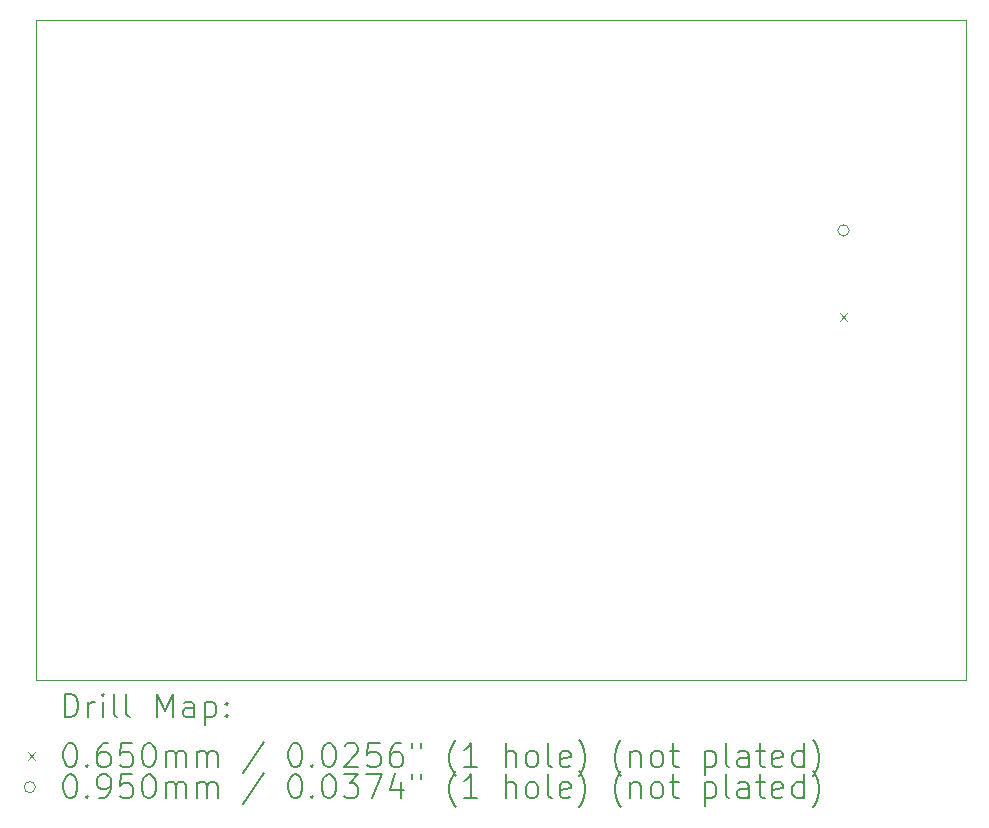
<source format=gbr>
%TF.GenerationSoftware,KiCad,Pcbnew,7.0.1*%
%TF.CreationDate,2025-03-28T02:10:18+02:00*%
%TF.ProjectId,PowerCircuit_V6,506f7765-7243-4697-9263-7569745f5636,rev?*%
%TF.SameCoordinates,Original*%
%TF.FileFunction,Drillmap*%
%TF.FilePolarity,Positive*%
%FSLAX45Y45*%
G04 Gerber Fmt 4.5, Leading zero omitted, Abs format (unit mm)*
G04 Created by KiCad (PCBNEW 7.0.1) date 2025-03-28 02:10:18*
%MOMM*%
%LPD*%
G01*
G04 APERTURE LIST*
%ADD10C,0.050000*%
%ADD11C,0.200000*%
%ADD12C,0.064998*%
%ADD13C,0.095001*%
G04 APERTURE END LIST*
D10*
X17917386Y-13143016D02*
X25791386Y-13143016D01*
X17917386Y-7555016D02*
X17917386Y-13143016D01*
X25791386Y-13143016D02*
X25791386Y-7555016D01*
X25791386Y-7555016D02*
X17917386Y-7555016D01*
D11*
D12*
X24724501Y-10038496D02*
X24789499Y-10103494D01*
X24789499Y-10038496D02*
X24724501Y-10103494D01*
D13*
X24804500Y-9336019D02*
G75*
G03*
X24804500Y-9336019I-47501J0D01*
G01*
D11*
X18162505Y-13458040D02*
X18162505Y-13258040D01*
X18162505Y-13258040D02*
X18210124Y-13258040D01*
X18210124Y-13258040D02*
X18238696Y-13267564D01*
X18238696Y-13267564D02*
X18257743Y-13286612D01*
X18257743Y-13286612D02*
X18267267Y-13305659D01*
X18267267Y-13305659D02*
X18276791Y-13343754D01*
X18276791Y-13343754D02*
X18276791Y-13372326D01*
X18276791Y-13372326D02*
X18267267Y-13410421D01*
X18267267Y-13410421D02*
X18257743Y-13429469D01*
X18257743Y-13429469D02*
X18238696Y-13448516D01*
X18238696Y-13448516D02*
X18210124Y-13458040D01*
X18210124Y-13458040D02*
X18162505Y-13458040D01*
X18362505Y-13458040D02*
X18362505Y-13324707D01*
X18362505Y-13362802D02*
X18372029Y-13343754D01*
X18372029Y-13343754D02*
X18381553Y-13334231D01*
X18381553Y-13334231D02*
X18400601Y-13324707D01*
X18400601Y-13324707D02*
X18419648Y-13324707D01*
X18486315Y-13458040D02*
X18486315Y-13324707D01*
X18486315Y-13258040D02*
X18476791Y-13267564D01*
X18476791Y-13267564D02*
X18486315Y-13277088D01*
X18486315Y-13277088D02*
X18495839Y-13267564D01*
X18495839Y-13267564D02*
X18486315Y-13258040D01*
X18486315Y-13258040D02*
X18486315Y-13277088D01*
X18610124Y-13458040D02*
X18591077Y-13448516D01*
X18591077Y-13448516D02*
X18581553Y-13429469D01*
X18581553Y-13429469D02*
X18581553Y-13258040D01*
X18714886Y-13458040D02*
X18695839Y-13448516D01*
X18695839Y-13448516D02*
X18686315Y-13429469D01*
X18686315Y-13429469D02*
X18686315Y-13258040D01*
X18943458Y-13458040D02*
X18943458Y-13258040D01*
X18943458Y-13258040D02*
X19010124Y-13400897D01*
X19010124Y-13400897D02*
X19076791Y-13258040D01*
X19076791Y-13258040D02*
X19076791Y-13458040D01*
X19257743Y-13458040D02*
X19257743Y-13353278D01*
X19257743Y-13353278D02*
X19248220Y-13334231D01*
X19248220Y-13334231D02*
X19229172Y-13324707D01*
X19229172Y-13324707D02*
X19191077Y-13324707D01*
X19191077Y-13324707D02*
X19172029Y-13334231D01*
X19257743Y-13448516D02*
X19238696Y-13458040D01*
X19238696Y-13458040D02*
X19191077Y-13458040D01*
X19191077Y-13458040D02*
X19172029Y-13448516D01*
X19172029Y-13448516D02*
X19162505Y-13429469D01*
X19162505Y-13429469D02*
X19162505Y-13410421D01*
X19162505Y-13410421D02*
X19172029Y-13391374D01*
X19172029Y-13391374D02*
X19191077Y-13381850D01*
X19191077Y-13381850D02*
X19238696Y-13381850D01*
X19238696Y-13381850D02*
X19257743Y-13372326D01*
X19352982Y-13324707D02*
X19352982Y-13524707D01*
X19352982Y-13334231D02*
X19372029Y-13324707D01*
X19372029Y-13324707D02*
X19410124Y-13324707D01*
X19410124Y-13324707D02*
X19429172Y-13334231D01*
X19429172Y-13334231D02*
X19438696Y-13343754D01*
X19438696Y-13343754D02*
X19448220Y-13362802D01*
X19448220Y-13362802D02*
X19448220Y-13419945D01*
X19448220Y-13419945D02*
X19438696Y-13438993D01*
X19438696Y-13438993D02*
X19429172Y-13448516D01*
X19429172Y-13448516D02*
X19410124Y-13458040D01*
X19410124Y-13458040D02*
X19372029Y-13458040D01*
X19372029Y-13458040D02*
X19352982Y-13448516D01*
X19533934Y-13438993D02*
X19543458Y-13448516D01*
X19543458Y-13448516D02*
X19533934Y-13458040D01*
X19533934Y-13458040D02*
X19524410Y-13448516D01*
X19524410Y-13448516D02*
X19533934Y-13438993D01*
X19533934Y-13438993D02*
X19533934Y-13458040D01*
X19533934Y-13334231D02*
X19543458Y-13343754D01*
X19543458Y-13343754D02*
X19533934Y-13353278D01*
X19533934Y-13353278D02*
X19524410Y-13343754D01*
X19524410Y-13343754D02*
X19533934Y-13334231D01*
X19533934Y-13334231D02*
X19533934Y-13353278D01*
D12*
X17849888Y-13753017D02*
X17914886Y-13818016D01*
X17914886Y-13753017D02*
X17849888Y-13818016D01*
D11*
X18200601Y-13678040D02*
X18219648Y-13678040D01*
X18219648Y-13678040D02*
X18238696Y-13687564D01*
X18238696Y-13687564D02*
X18248220Y-13697088D01*
X18248220Y-13697088D02*
X18257743Y-13716135D01*
X18257743Y-13716135D02*
X18267267Y-13754231D01*
X18267267Y-13754231D02*
X18267267Y-13801850D01*
X18267267Y-13801850D02*
X18257743Y-13839945D01*
X18257743Y-13839945D02*
X18248220Y-13858993D01*
X18248220Y-13858993D02*
X18238696Y-13868516D01*
X18238696Y-13868516D02*
X18219648Y-13878040D01*
X18219648Y-13878040D02*
X18200601Y-13878040D01*
X18200601Y-13878040D02*
X18181553Y-13868516D01*
X18181553Y-13868516D02*
X18172029Y-13858993D01*
X18172029Y-13858993D02*
X18162505Y-13839945D01*
X18162505Y-13839945D02*
X18152982Y-13801850D01*
X18152982Y-13801850D02*
X18152982Y-13754231D01*
X18152982Y-13754231D02*
X18162505Y-13716135D01*
X18162505Y-13716135D02*
X18172029Y-13697088D01*
X18172029Y-13697088D02*
X18181553Y-13687564D01*
X18181553Y-13687564D02*
X18200601Y-13678040D01*
X18352982Y-13858993D02*
X18362505Y-13868516D01*
X18362505Y-13868516D02*
X18352982Y-13878040D01*
X18352982Y-13878040D02*
X18343458Y-13868516D01*
X18343458Y-13868516D02*
X18352982Y-13858993D01*
X18352982Y-13858993D02*
X18352982Y-13878040D01*
X18533934Y-13678040D02*
X18495839Y-13678040D01*
X18495839Y-13678040D02*
X18476791Y-13687564D01*
X18476791Y-13687564D02*
X18467267Y-13697088D01*
X18467267Y-13697088D02*
X18448220Y-13725659D01*
X18448220Y-13725659D02*
X18438696Y-13763754D01*
X18438696Y-13763754D02*
X18438696Y-13839945D01*
X18438696Y-13839945D02*
X18448220Y-13858993D01*
X18448220Y-13858993D02*
X18457743Y-13868516D01*
X18457743Y-13868516D02*
X18476791Y-13878040D01*
X18476791Y-13878040D02*
X18514886Y-13878040D01*
X18514886Y-13878040D02*
X18533934Y-13868516D01*
X18533934Y-13868516D02*
X18543458Y-13858993D01*
X18543458Y-13858993D02*
X18552982Y-13839945D01*
X18552982Y-13839945D02*
X18552982Y-13792326D01*
X18552982Y-13792326D02*
X18543458Y-13773278D01*
X18543458Y-13773278D02*
X18533934Y-13763754D01*
X18533934Y-13763754D02*
X18514886Y-13754231D01*
X18514886Y-13754231D02*
X18476791Y-13754231D01*
X18476791Y-13754231D02*
X18457743Y-13763754D01*
X18457743Y-13763754D02*
X18448220Y-13773278D01*
X18448220Y-13773278D02*
X18438696Y-13792326D01*
X18733934Y-13678040D02*
X18638696Y-13678040D01*
X18638696Y-13678040D02*
X18629172Y-13773278D01*
X18629172Y-13773278D02*
X18638696Y-13763754D01*
X18638696Y-13763754D02*
X18657743Y-13754231D01*
X18657743Y-13754231D02*
X18705363Y-13754231D01*
X18705363Y-13754231D02*
X18724410Y-13763754D01*
X18724410Y-13763754D02*
X18733934Y-13773278D01*
X18733934Y-13773278D02*
X18743458Y-13792326D01*
X18743458Y-13792326D02*
X18743458Y-13839945D01*
X18743458Y-13839945D02*
X18733934Y-13858993D01*
X18733934Y-13858993D02*
X18724410Y-13868516D01*
X18724410Y-13868516D02*
X18705363Y-13878040D01*
X18705363Y-13878040D02*
X18657743Y-13878040D01*
X18657743Y-13878040D02*
X18638696Y-13868516D01*
X18638696Y-13868516D02*
X18629172Y-13858993D01*
X18867267Y-13678040D02*
X18886315Y-13678040D01*
X18886315Y-13678040D02*
X18905363Y-13687564D01*
X18905363Y-13687564D02*
X18914886Y-13697088D01*
X18914886Y-13697088D02*
X18924410Y-13716135D01*
X18924410Y-13716135D02*
X18933934Y-13754231D01*
X18933934Y-13754231D02*
X18933934Y-13801850D01*
X18933934Y-13801850D02*
X18924410Y-13839945D01*
X18924410Y-13839945D02*
X18914886Y-13858993D01*
X18914886Y-13858993D02*
X18905363Y-13868516D01*
X18905363Y-13868516D02*
X18886315Y-13878040D01*
X18886315Y-13878040D02*
X18867267Y-13878040D01*
X18867267Y-13878040D02*
X18848220Y-13868516D01*
X18848220Y-13868516D02*
X18838696Y-13858993D01*
X18838696Y-13858993D02*
X18829172Y-13839945D01*
X18829172Y-13839945D02*
X18819648Y-13801850D01*
X18819648Y-13801850D02*
X18819648Y-13754231D01*
X18819648Y-13754231D02*
X18829172Y-13716135D01*
X18829172Y-13716135D02*
X18838696Y-13697088D01*
X18838696Y-13697088D02*
X18848220Y-13687564D01*
X18848220Y-13687564D02*
X18867267Y-13678040D01*
X19019648Y-13878040D02*
X19019648Y-13744707D01*
X19019648Y-13763754D02*
X19029172Y-13754231D01*
X19029172Y-13754231D02*
X19048220Y-13744707D01*
X19048220Y-13744707D02*
X19076791Y-13744707D01*
X19076791Y-13744707D02*
X19095839Y-13754231D01*
X19095839Y-13754231D02*
X19105363Y-13773278D01*
X19105363Y-13773278D02*
X19105363Y-13878040D01*
X19105363Y-13773278D02*
X19114886Y-13754231D01*
X19114886Y-13754231D02*
X19133934Y-13744707D01*
X19133934Y-13744707D02*
X19162505Y-13744707D01*
X19162505Y-13744707D02*
X19181553Y-13754231D01*
X19181553Y-13754231D02*
X19191077Y-13773278D01*
X19191077Y-13773278D02*
X19191077Y-13878040D01*
X19286315Y-13878040D02*
X19286315Y-13744707D01*
X19286315Y-13763754D02*
X19295839Y-13754231D01*
X19295839Y-13754231D02*
X19314886Y-13744707D01*
X19314886Y-13744707D02*
X19343458Y-13744707D01*
X19343458Y-13744707D02*
X19362505Y-13754231D01*
X19362505Y-13754231D02*
X19372029Y-13773278D01*
X19372029Y-13773278D02*
X19372029Y-13878040D01*
X19372029Y-13773278D02*
X19381553Y-13754231D01*
X19381553Y-13754231D02*
X19400601Y-13744707D01*
X19400601Y-13744707D02*
X19429172Y-13744707D01*
X19429172Y-13744707D02*
X19448220Y-13754231D01*
X19448220Y-13754231D02*
X19457744Y-13773278D01*
X19457744Y-13773278D02*
X19457744Y-13878040D01*
X19848220Y-13668516D02*
X19676791Y-13925659D01*
X20105363Y-13678040D02*
X20124410Y-13678040D01*
X20124410Y-13678040D02*
X20143458Y-13687564D01*
X20143458Y-13687564D02*
X20152982Y-13697088D01*
X20152982Y-13697088D02*
X20162506Y-13716135D01*
X20162506Y-13716135D02*
X20172029Y-13754231D01*
X20172029Y-13754231D02*
X20172029Y-13801850D01*
X20172029Y-13801850D02*
X20162506Y-13839945D01*
X20162506Y-13839945D02*
X20152982Y-13858993D01*
X20152982Y-13858993D02*
X20143458Y-13868516D01*
X20143458Y-13868516D02*
X20124410Y-13878040D01*
X20124410Y-13878040D02*
X20105363Y-13878040D01*
X20105363Y-13878040D02*
X20086315Y-13868516D01*
X20086315Y-13868516D02*
X20076791Y-13858993D01*
X20076791Y-13858993D02*
X20067267Y-13839945D01*
X20067267Y-13839945D02*
X20057744Y-13801850D01*
X20057744Y-13801850D02*
X20057744Y-13754231D01*
X20057744Y-13754231D02*
X20067267Y-13716135D01*
X20067267Y-13716135D02*
X20076791Y-13697088D01*
X20076791Y-13697088D02*
X20086315Y-13687564D01*
X20086315Y-13687564D02*
X20105363Y-13678040D01*
X20257744Y-13858993D02*
X20267267Y-13868516D01*
X20267267Y-13868516D02*
X20257744Y-13878040D01*
X20257744Y-13878040D02*
X20248220Y-13868516D01*
X20248220Y-13868516D02*
X20257744Y-13858993D01*
X20257744Y-13858993D02*
X20257744Y-13878040D01*
X20391077Y-13678040D02*
X20410125Y-13678040D01*
X20410125Y-13678040D02*
X20429172Y-13687564D01*
X20429172Y-13687564D02*
X20438696Y-13697088D01*
X20438696Y-13697088D02*
X20448220Y-13716135D01*
X20448220Y-13716135D02*
X20457744Y-13754231D01*
X20457744Y-13754231D02*
X20457744Y-13801850D01*
X20457744Y-13801850D02*
X20448220Y-13839945D01*
X20448220Y-13839945D02*
X20438696Y-13858993D01*
X20438696Y-13858993D02*
X20429172Y-13868516D01*
X20429172Y-13868516D02*
X20410125Y-13878040D01*
X20410125Y-13878040D02*
X20391077Y-13878040D01*
X20391077Y-13878040D02*
X20372029Y-13868516D01*
X20372029Y-13868516D02*
X20362506Y-13858993D01*
X20362506Y-13858993D02*
X20352982Y-13839945D01*
X20352982Y-13839945D02*
X20343458Y-13801850D01*
X20343458Y-13801850D02*
X20343458Y-13754231D01*
X20343458Y-13754231D02*
X20352982Y-13716135D01*
X20352982Y-13716135D02*
X20362506Y-13697088D01*
X20362506Y-13697088D02*
X20372029Y-13687564D01*
X20372029Y-13687564D02*
X20391077Y-13678040D01*
X20533934Y-13697088D02*
X20543458Y-13687564D01*
X20543458Y-13687564D02*
X20562506Y-13678040D01*
X20562506Y-13678040D02*
X20610125Y-13678040D01*
X20610125Y-13678040D02*
X20629172Y-13687564D01*
X20629172Y-13687564D02*
X20638696Y-13697088D01*
X20638696Y-13697088D02*
X20648220Y-13716135D01*
X20648220Y-13716135D02*
X20648220Y-13735183D01*
X20648220Y-13735183D02*
X20638696Y-13763754D01*
X20638696Y-13763754D02*
X20524410Y-13878040D01*
X20524410Y-13878040D02*
X20648220Y-13878040D01*
X20829172Y-13678040D02*
X20733934Y-13678040D01*
X20733934Y-13678040D02*
X20724410Y-13773278D01*
X20724410Y-13773278D02*
X20733934Y-13763754D01*
X20733934Y-13763754D02*
X20752982Y-13754231D01*
X20752982Y-13754231D02*
X20800601Y-13754231D01*
X20800601Y-13754231D02*
X20819648Y-13763754D01*
X20819648Y-13763754D02*
X20829172Y-13773278D01*
X20829172Y-13773278D02*
X20838696Y-13792326D01*
X20838696Y-13792326D02*
X20838696Y-13839945D01*
X20838696Y-13839945D02*
X20829172Y-13858993D01*
X20829172Y-13858993D02*
X20819648Y-13868516D01*
X20819648Y-13868516D02*
X20800601Y-13878040D01*
X20800601Y-13878040D02*
X20752982Y-13878040D01*
X20752982Y-13878040D02*
X20733934Y-13868516D01*
X20733934Y-13868516D02*
X20724410Y-13858993D01*
X21010125Y-13678040D02*
X20972029Y-13678040D01*
X20972029Y-13678040D02*
X20952982Y-13687564D01*
X20952982Y-13687564D02*
X20943458Y-13697088D01*
X20943458Y-13697088D02*
X20924410Y-13725659D01*
X20924410Y-13725659D02*
X20914887Y-13763754D01*
X20914887Y-13763754D02*
X20914887Y-13839945D01*
X20914887Y-13839945D02*
X20924410Y-13858993D01*
X20924410Y-13858993D02*
X20933934Y-13868516D01*
X20933934Y-13868516D02*
X20952982Y-13878040D01*
X20952982Y-13878040D02*
X20991077Y-13878040D01*
X20991077Y-13878040D02*
X21010125Y-13868516D01*
X21010125Y-13868516D02*
X21019648Y-13858993D01*
X21019648Y-13858993D02*
X21029172Y-13839945D01*
X21029172Y-13839945D02*
X21029172Y-13792326D01*
X21029172Y-13792326D02*
X21019648Y-13773278D01*
X21019648Y-13773278D02*
X21010125Y-13763754D01*
X21010125Y-13763754D02*
X20991077Y-13754231D01*
X20991077Y-13754231D02*
X20952982Y-13754231D01*
X20952982Y-13754231D02*
X20933934Y-13763754D01*
X20933934Y-13763754D02*
X20924410Y-13773278D01*
X20924410Y-13773278D02*
X20914887Y-13792326D01*
X21105363Y-13678040D02*
X21105363Y-13716135D01*
X21181553Y-13678040D02*
X21181553Y-13716135D01*
X21476791Y-13954231D02*
X21467268Y-13944707D01*
X21467268Y-13944707D02*
X21448220Y-13916135D01*
X21448220Y-13916135D02*
X21438696Y-13897088D01*
X21438696Y-13897088D02*
X21429172Y-13868516D01*
X21429172Y-13868516D02*
X21419649Y-13820897D01*
X21419649Y-13820897D02*
X21419649Y-13782802D01*
X21419649Y-13782802D02*
X21429172Y-13735183D01*
X21429172Y-13735183D02*
X21438696Y-13706612D01*
X21438696Y-13706612D02*
X21448220Y-13687564D01*
X21448220Y-13687564D02*
X21467268Y-13658993D01*
X21467268Y-13658993D02*
X21476791Y-13649469D01*
X21657744Y-13878040D02*
X21543458Y-13878040D01*
X21600601Y-13878040D02*
X21600601Y-13678040D01*
X21600601Y-13678040D02*
X21581553Y-13706612D01*
X21581553Y-13706612D02*
X21562506Y-13725659D01*
X21562506Y-13725659D02*
X21543458Y-13735183D01*
X21895839Y-13878040D02*
X21895839Y-13678040D01*
X21981553Y-13878040D02*
X21981553Y-13773278D01*
X21981553Y-13773278D02*
X21972030Y-13754231D01*
X21972030Y-13754231D02*
X21952982Y-13744707D01*
X21952982Y-13744707D02*
X21924410Y-13744707D01*
X21924410Y-13744707D02*
X21905363Y-13754231D01*
X21905363Y-13754231D02*
X21895839Y-13763754D01*
X22105363Y-13878040D02*
X22086315Y-13868516D01*
X22086315Y-13868516D02*
X22076791Y-13858993D01*
X22076791Y-13858993D02*
X22067268Y-13839945D01*
X22067268Y-13839945D02*
X22067268Y-13782802D01*
X22067268Y-13782802D02*
X22076791Y-13763754D01*
X22076791Y-13763754D02*
X22086315Y-13754231D01*
X22086315Y-13754231D02*
X22105363Y-13744707D01*
X22105363Y-13744707D02*
X22133934Y-13744707D01*
X22133934Y-13744707D02*
X22152982Y-13754231D01*
X22152982Y-13754231D02*
X22162506Y-13763754D01*
X22162506Y-13763754D02*
X22172030Y-13782802D01*
X22172030Y-13782802D02*
X22172030Y-13839945D01*
X22172030Y-13839945D02*
X22162506Y-13858993D01*
X22162506Y-13858993D02*
X22152982Y-13868516D01*
X22152982Y-13868516D02*
X22133934Y-13878040D01*
X22133934Y-13878040D02*
X22105363Y-13878040D01*
X22286315Y-13878040D02*
X22267268Y-13868516D01*
X22267268Y-13868516D02*
X22257744Y-13849469D01*
X22257744Y-13849469D02*
X22257744Y-13678040D01*
X22438696Y-13868516D02*
X22419649Y-13878040D01*
X22419649Y-13878040D02*
X22381553Y-13878040D01*
X22381553Y-13878040D02*
X22362506Y-13868516D01*
X22362506Y-13868516D02*
X22352982Y-13849469D01*
X22352982Y-13849469D02*
X22352982Y-13773278D01*
X22352982Y-13773278D02*
X22362506Y-13754231D01*
X22362506Y-13754231D02*
X22381553Y-13744707D01*
X22381553Y-13744707D02*
X22419649Y-13744707D01*
X22419649Y-13744707D02*
X22438696Y-13754231D01*
X22438696Y-13754231D02*
X22448220Y-13773278D01*
X22448220Y-13773278D02*
X22448220Y-13792326D01*
X22448220Y-13792326D02*
X22352982Y-13811374D01*
X22514887Y-13954231D02*
X22524410Y-13944707D01*
X22524410Y-13944707D02*
X22543458Y-13916135D01*
X22543458Y-13916135D02*
X22552982Y-13897088D01*
X22552982Y-13897088D02*
X22562506Y-13868516D01*
X22562506Y-13868516D02*
X22572029Y-13820897D01*
X22572029Y-13820897D02*
X22572029Y-13782802D01*
X22572029Y-13782802D02*
X22562506Y-13735183D01*
X22562506Y-13735183D02*
X22552982Y-13706612D01*
X22552982Y-13706612D02*
X22543458Y-13687564D01*
X22543458Y-13687564D02*
X22524410Y-13658993D01*
X22524410Y-13658993D02*
X22514887Y-13649469D01*
X22876791Y-13954231D02*
X22867268Y-13944707D01*
X22867268Y-13944707D02*
X22848220Y-13916135D01*
X22848220Y-13916135D02*
X22838696Y-13897088D01*
X22838696Y-13897088D02*
X22829172Y-13868516D01*
X22829172Y-13868516D02*
X22819649Y-13820897D01*
X22819649Y-13820897D02*
X22819649Y-13782802D01*
X22819649Y-13782802D02*
X22829172Y-13735183D01*
X22829172Y-13735183D02*
X22838696Y-13706612D01*
X22838696Y-13706612D02*
X22848220Y-13687564D01*
X22848220Y-13687564D02*
X22867268Y-13658993D01*
X22867268Y-13658993D02*
X22876791Y-13649469D01*
X22952982Y-13744707D02*
X22952982Y-13878040D01*
X22952982Y-13763754D02*
X22962506Y-13754231D01*
X22962506Y-13754231D02*
X22981553Y-13744707D01*
X22981553Y-13744707D02*
X23010125Y-13744707D01*
X23010125Y-13744707D02*
X23029172Y-13754231D01*
X23029172Y-13754231D02*
X23038696Y-13773278D01*
X23038696Y-13773278D02*
X23038696Y-13878040D01*
X23162506Y-13878040D02*
X23143458Y-13868516D01*
X23143458Y-13868516D02*
X23133934Y-13858993D01*
X23133934Y-13858993D02*
X23124410Y-13839945D01*
X23124410Y-13839945D02*
X23124410Y-13782802D01*
X23124410Y-13782802D02*
X23133934Y-13763754D01*
X23133934Y-13763754D02*
X23143458Y-13754231D01*
X23143458Y-13754231D02*
X23162506Y-13744707D01*
X23162506Y-13744707D02*
X23191077Y-13744707D01*
X23191077Y-13744707D02*
X23210125Y-13754231D01*
X23210125Y-13754231D02*
X23219649Y-13763754D01*
X23219649Y-13763754D02*
X23229172Y-13782802D01*
X23229172Y-13782802D02*
X23229172Y-13839945D01*
X23229172Y-13839945D02*
X23219649Y-13858993D01*
X23219649Y-13858993D02*
X23210125Y-13868516D01*
X23210125Y-13868516D02*
X23191077Y-13878040D01*
X23191077Y-13878040D02*
X23162506Y-13878040D01*
X23286315Y-13744707D02*
X23362506Y-13744707D01*
X23314887Y-13678040D02*
X23314887Y-13849469D01*
X23314887Y-13849469D02*
X23324410Y-13868516D01*
X23324410Y-13868516D02*
X23343458Y-13878040D01*
X23343458Y-13878040D02*
X23362506Y-13878040D01*
X23581553Y-13744707D02*
X23581553Y-13944707D01*
X23581553Y-13754231D02*
X23600601Y-13744707D01*
X23600601Y-13744707D02*
X23638696Y-13744707D01*
X23638696Y-13744707D02*
X23657744Y-13754231D01*
X23657744Y-13754231D02*
X23667268Y-13763754D01*
X23667268Y-13763754D02*
X23676791Y-13782802D01*
X23676791Y-13782802D02*
X23676791Y-13839945D01*
X23676791Y-13839945D02*
X23667268Y-13858993D01*
X23667268Y-13858993D02*
X23657744Y-13868516D01*
X23657744Y-13868516D02*
X23638696Y-13878040D01*
X23638696Y-13878040D02*
X23600601Y-13878040D01*
X23600601Y-13878040D02*
X23581553Y-13868516D01*
X23791077Y-13878040D02*
X23772030Y-13868516D01*
X23772030Y-13868516D02*
X23762506Y-13849469D01*
X23762506Y-13849469D02*
X23762506Y-13678040D01*
X23952982Y-13878040D02*
X23952982Y-13773278D01*
X23952982Y-13773278D02*
X23943458Y-13754231D01*
X23943458Y-13754231D02*
X23924411Y-13744707D01*
X23924411Y-13744707D02*
X23886315Y-13744707D01*
X23886315Y-13744707D02*
X23867268Y-13754231D01*
X23952982Y-13868516D02*
X23933934Y-13878040D01*
X23933934Y-13878040D02*
X23886315Y-13878040D01*
X23886315Y-13878040D02*
X23867268Y-13868516D01*
X23867268Y-13868516D02*
X23857744Y-13849469D01*
X23857744Y-13849469D02*
X23857744Y-13830421D01*
X23857744Y-13830421D02*
X23867268Y-13811374D01*
X23867268Y-13811374D02*
X23886315Y-13801850D01*
X23886315Y-13801850D02*
X23933934Y-13801850D01*
X23933934Y-13801850D02*
X23952982Y-13792326D01*
X24019649Y-13744707D02*
X24095839Y-13744707D01*
X24048220Y-13678040D02*
X24048220Y-13849469D01*
X24048220Y-13849469D02*
X24057744Y-13868516D01*
X24057744Y-13868516D02*
X24076791Y-13878040D01*
X24076791Y-13878040D02*
X24095839Y-13878040D01*
X24238696Y-13868516D02*
X24219649Y-13878040D01*
X24219649Y-13878040D02*
X24181553Y-13878040D01*
X24181553Y-13878040D02*
X24162506Y-13868516D01*
X24162506Y-13868516D02*
X24152982Y-13849469D01*
X24152982Y-13849469D02*
X24152982Y-13773278D01*
X24152982Y-13773278D02*
X24162506Y-13754231D01*
X24162506Y-13754231D02*
X24181553Y-13744707D01*
X24181553Y-13744707D02*
X24219649Y-13744707D01*
X24219649Y-13744707D02*
X24238696Y-13754231D01*
X24238696Y-13754231D02*
X24248220Y-13773278D01*
X24248220Y-13773278D02*
X24248220Y-13792326D01*
X24248220Y-13792326D02*
X24152982Y-13811374D01*
X24419649Y-13878040D02*
X24419649Y-13678040D01*
X24419649Y-13868516D02*
X24400601Y-13878040D01*
X24400601Y-13878040D02*
X24362506Y-13878040D01*
X24362506Y-13878040D02*
X24343458Y-13868516D01*
X24343458Y-13868516D02*
X24333934Y-13858993D01*
X24333934Y-13858993D02*
X24324411Y-13839945D01*
X24324411Y-13839945D02*
X24324411Y-13782802D01*
X24324411Y-13782802D02*
X24333934Y-13763754D01*
X24333934Y-13763754D02*
X24343458Y-13754231D01*
X24343458Y-13754231D02*
X24362506Y-13744707D01*
X24362506Y-13744707D02*
X24400601Y-13744707D01*
X24400601Y-13744707D02*
X24419649Y-13754231D01*
X24495839Y-13954231D02*
X24505363Y-13944707D01*
X24505363Y-13944707D02*
X24524411Y-13916135D01*
X24524411Y-13916135D02*
X24533934Y-13897088D01*
X24533934Y-13897088D02*
X24543458Y-13868516D01*
X24543458Y-13868516D02*
X24552982Y-13820897D01*
X24552982Y-13820897D02*
X24552982Y-13782802D01*
X24552982Y-13782802D02*
X24543458Y-13735183D01*
X24543458Y-13735183D02*
X24533934Y-13706612D01*
X24533934Y-13706612D02*
X24524411Y-13687564D01*
X24524411Y-13687564D02*
X24505363Y-13658993D01*
X24505363Y-13658993D02*
X24495839Y-13649469D01*
D13*
X17914886Y-14049516D02*
G75*
G03*
X17914886Y-14049516I-47501J0D01*
G01*
D11*
X18200601Y-13942040D02*
X18219648Y-13942040D01*
X18219648Y-13942040D02*
X18238696Y-13951564D01*
X18238696Y-13951564D02*
X18248220Y-13961088D01*
X18248220Y-13961088D02*
X18257743Y-13980135D01*
X18257743Y-13980135D02*
X18267267Y-14018231D01*
X18267267Y-14018231D02*
X18267267Y-14065850D01*
X18267267Y-14065850D02*
X18257743Y-14103945D01*
X18257743Y-14103945D02*
X18248220Y-14122993D01*
X18248220Y-14122993D02*
X18238696Y-14132516D01*
X18238696Y-14132516D02*
X18219648Y-14142040D01*
X18219648Y-14142040D02*
X18200601Y-14142040D01*
X18200601Y-14142040D02*
X18181553Y-14132516D01*
X18181553Y-14132516D02*
X18172029Y-14122993D01*
X18172029Y-14122993D02*
X18162505Y-14103945D01*
X18162505Y-14103945D02*
X18152982Y-14065850D01*
X18152982Y-14065850D02*
X18152982Y-14018231D01*
X18152982Y-14018231D02*
X18162505Y-13980135D01*
X18162505Y-13980135D02*
X18172029Y-13961088D01*
X18172029Y-13961088D02*
X18181553Y-13951564D01*
X18181553Y-13951564D02*
X18200601Y-13942040D01*
X18352982Y-14122993D02*
X18362505Y-14132516D01*
X18362505Y-14132516D02*
X18352982Y-14142040D01*
X18352982Y-14142040D02*
X18343458Y-14132516D01*
X18343458Y-14132516D02*
X18352982Y-14122993D01*
X18352982Y-14122993D02*
X18352982Y-14142040D01*
X18457743Y-14142040D02*
X18495839Y-14142040D01*
X18495839Y-14142040D02*
X18514886Y-14132516D01*
X18514886Y-14132516D02*
X18524410Y-14122993D01*
X18524410Y-14122993D02*
X18543458Y-14094421D01*
X18543458Y-14094421D02*
X18552982Y-14056326D01*
X18552982Y-14056326D02*
X18552982Y-13980135D01*
X18552982Y-13980135D02*
X18543458Y-13961088D01*
X18543458Y-13961088D02*
X18533934Y-13951564D01*
X18533934Y-13951564D02*
X18514886Y-13942040D01*
X18514886Y-13942040D02*
X18476791Y-13942040D01*
X18476791Y-13942040D02*
X18457743Y-13951564D01*
X18457743Y-13951564D02*
X18448220Y-13961088D01*
X18448220Y-13961088D02*
X18438696Y-13980135D01*
X18438696Y-13980135D02*
X18438696Y-14027754D01*
X18438696Y-14027754D02*
X18448220Y-14046802D01*
X18448220Y-14046802D02*
X18457743Y-14056326D01*
X18457743Y-14056326D02*
X18476791Y-14065850D01*
X18476791Y-14065850D02*
X18514886Y-14065850D01*
X18514886Y-14065850D02*
X18533934Y-14056326D01*
X18533934Y-14056326D02*
X18543458Y-14046802D01*
X18543458Y-14046802D02*
X18552982Y-14027754D01*
X18733934Y-13942040D02*
X18638696Y-13942040D01*
X18638696Y-13942040D02*
X18629172Y-14037278D01*
X18629172Y-14037278D02*
X18638696Y-14027754D01*
X18638696Y-14027754D02*
X18657743Y-14018231D01*
X18657743Y-14018231D02*
X18705363Y-14018231D01*
X18705363Y-14018231D02*
X18724410Y-14027754D01*
X18724410Y-14027754D02*
X18733934Y-14037278D01*
X18733934Y-14037278D02*
X18743458Y-14056326D01*
X18743458Y-14056326D02*
X18743458Y-14103945D01*
X18743458Y-14103945D02*
X18733934Y-14122993D01*
X18733934Y-14122993D02*
X18724410Y-14132516D01*
X18724410Y-14132516D02*
X18705363Y-14142040D01*
X18705363Y-14142040D02*
X18657743Y-14142040D01*
X18657743Y-14142040D02*
X18638696Y-14132516D01*
X18638696Y-14132516D02*
X18629172Y-14122993D01*
X18867267Y-13942040D02*
X18886315Y-13942040D01*
X18886315Y-13942040D02*
X18905363Y-13951564D01*
X18905363Y-13951564D02*
X18914886Y-13961088D01*
X18914886Y-13961088D02*
X18924410Y-13980135D01*
X18924410Y-13980135D02*
X18933934Y-14018231D01*
X18933934Y-14018231D02*
X18933934Y-14065850D01*
X18933934Y-14065850D02*
X18924410Y-14103945D01*
X18924410Y-14103945D02*
X18914886Y-14122993D01*
X18914886Y-14122993D02*
X18905363Y-14132516D01*
X18905363Y-14132516D02*
X18886315Y-14142040D01*
X18886315Y-14142040D02*
X18867267Y-14142040D01*
X18867267Y-14142040D02*
X18848220Y-14132516D01*
X18848220Y-14132516D02*
X18838696Y-14122993D01*
X18838696Y-14122993D02*
X18829172Y-14103945D01*
X18829172Y-14103945D02*
X18819648Y-14065850D01*
X18819648Y-14065850D02*
X18819648Y-14018231D01*
X18819648Y-14018231D02*
X18829172Y-13980135D01*
X18829172Y-13980135D02*
X18838696Y-13961088D01*
X18838696Y-13961088D02*
X18848220Y-13951564D01*
X18848220Y-13951564D02*
X18867267Y-13942040D01*
X19019648Y-14142040D02*
X19019648Y-14008707D01*
X19019648Y-14027754D02*
X19029172Y-14018231D01*
X19029172Y-14018231D02*
X19048220Y-14008707D01*
X19048220Y-14008707D02*
X19076791Y-14008707D01*
X19076791Y-14008707D02*
X19095839Y-14018231D01*
X19095839Y-14018231D02*
X19105363Y-14037278D01*
X19105363Y-14037278D02*
X19105363Y-14142040D01*
X19105363Y-14037278D02*
X19114886Y-14018231D01*
X19114886Y-14018231D02*
X19133934Y-14008707D01*
X19133934Y-14008707D02*
X19162505Y-14008707D01*
X19162505Y-14008707D02*
X19181553Y-14018231D01*
X19181553Y-14018231D02*
X19191077Y-14037278D01*
X19191077Y-14037278D02*
X19191077Y-14142040D01*
X19286315Y-14142040D02*
X19286315Y-14008707D01*
X19286315Y-14027754D02*
X19295839Y-14018231D01*
X19295839Y-14018231D02*
X19314886Y-14008707D01*
X19314886Y-14008707D02*
X19343458Y-14008707D01*
X19343458Y-14008707D02*
X19362505Y-14018231D01*
X19362505Y-14018231D02*
X19372029Y-14037278D01*
X19372029Y-14037278D02*
X19372029Y-14142040D01*
X19372029Y-14037278D02*
X19381553Y-14018231D01*
X19381553Y-14018231D02*
X19400601Y-14008707D01*
X19400601Y-14008707D02*
X19429172Y-14008707D01*
X19429172Y-14008707D02*
X19448220Y-14018231D01*
X19448220Y-14018231D02*
X19457744Y-14037278D01*
X19457744Y-14037278D02*
X19457744Y-14142040D01*
X19848220Y-13932516D02*
X19676791Y-14189659D01*
X20105363Y-13942040D02*
X20124410Y-13942040D01*
X20124410Y-13942040D02*
X20143458Y-13951564D01*
X20143458Y-13951564D02*
X20152982Y-13961088D01*
X20152982Y-13961088D02*
X20162506Y-13980135D01*
X20162506Y-13980135D02*
X20172029Y-14018231D01*
X20172029Y-14018231D02*
X20172029Y-14065850D01*
X20172029Y-14065850D02*
X20162506Y-14103945D01*
X20162506Y-14103945D02*
X20152982Y-14122993D01*
X20152982Y-14122993D02*
X20143458Y-14132516D01*
X20143458Y-14132516D02*
X20124410Y-14142040D01*
X20124410Y-14142040D02*
X20105363Y-14142040D01*
X20105363Y-14142040D02*
X20086315Y-14132516D01*
X20086315Y-14132516D02*
X20076791Y-14122993D01*
X20076791Y-14122993D02*
X20067267Y-14103945D01*
X20067267Y-14103945D02*
X20057744Y-14065850D01*
X20057744Y-14065850D02*
X20057744Y-14018231D01*
X20057744Y-14018231D02*
X20067267Y-13980135D01*
X20067267Y-13980135D02*
X20076791Y-13961088D01*
X20076791Y-13961088D02*
X20086315Y-13951564D01*
X20086315Y-13951564D02*
X20105363Y-13942040D01*
X20257744Y-14122993D02*
X20267267Y-14132516D01*
X20267267Y-14132516D02*
X20257744Y-14142040D01*
X20257744Y-14142040D02*
X20248220Y-14132516D01*
X20248220Y-14132516D02*
X20257744Y-14122993D01*
X20257744Y-14122993D02*
X20257744Y-14142040D01*
X20391077Y-13942040D02*
X20410125Y-13942040D01*
X20410125Y-13942040D02*
X20429172Y-13951564D01*
X20429172Y-13951564D02*
X20438696Y-13961088D01*
X20438696Y-13961088D02*
X20448220Y-13980135D01*
X20448220Y-13980135D02*
X20457744Y-14018231D01*
X20457744Y-14018231D02*
X20457744Y-14065850D01*
X20457744Y-14065850D02*
X20448220Y-14103945D01*
X20448220Y-14103945D02*
X20438696Y-14122993D01*
X20438696Y-14122993D02*
X20429172Y-14132516D01*
X20429172Y-14132516D02*
X20410125Y-14142040D01*
X20410125Y-14142040D02*
X20391077Y-14142040D01*
X20391077Y-14142040D02*
X20372029Y-14132516D01*
X20372029Y-14132516D02*
X20362506Y-14122993D01*
X20362506Y-14122993D02*
X20352982Y-14103945D01*
X20352982Y-14103945D02*
X20343458Y-14065850D01*
X20343458Y-14065850D02*
X20343458Y-14018231D01*
X20343458Y-14018231D02*
X20352982Y-13980135D01*
X20352982Y-13980135D02*
X20362506Y-13961088D01*
X20362506Y-13961088D02*
X20372029Y-13951564D01*
X20372029Y-13951564D02*
X20391077Y-13942040D01*
X20524410Y-13942040D02*
X20648220Y-13942040D01*
X20648220Y-13942040D02*
X20581553Y-14018231D01*
X20581553Y-14018231D02*
X20610125Y-14018231D01*
X20610125Y-14018231D02*
X20629172Y-14027754D01*
X20629172Y-14027754D02*
X20638696Y-14037278D01*
X20638696Y-14037278D02*
X20648220Y-14056326D01*
X20648220Y-14056326D02*
X20648220Y-14103945D01*
X20648220Y-14103945D02*
X20638696Y-14122993D01*
X20638696Y-14122993D02*
X20629172Y-14132516D01*
X20629172Y-14132516D02*
X20610125Y-14142040D01*
X20610125Y-14142040D02*
X20552982Y-14142040D01*
X20552982Y-14142040D02*
X20533934Y-14132516D01*
X20533934Y-14132516D02*
X20524410Y-14122993D01*
X20714887Y-13942040D02*
X20848220Y-13942040D01*
X20848220Y-13942040D02*
X20762506Y-14142040D01*
X21010125Y-14008707D02*
X21010125Y-14142040D01*
X20962506Y-13932516D02*
X20914887Y-14075374D01*
X20914887Y-14075374D02*
X21038696Y-14075374D01*
X21105363Y-13942040D02*
X21105363Y-13980135D01*
X21181553Y-13942040D02*
X21181553Y-13980135D01*
X21476791Y-14218231D02*
X21467268Y-14208707D01*
X21467268Y-14208707D02*
X21448220Y-14180135D01*
X21448220Y-14180135D02*
X21438696Y-14161088D01*
X21438696Y-14161088D02*
X21429172Y-14132516D01*
X21429172Y-14132516D02*
X21419649Y-14084897D01*
X21419649Y-14084897D02*
X21419649Y-14046802D01*
X21419649Y-14046802D02*
X21429172Y-13999183D01*
X21429172Y-13999183D02*
X21438696Y-13970612D01*
X21438696Y-13970612D02*
X21448220Y-13951564D01*
X21448220Y-13951564D02*
X21467268Y-13922993D01*
X21467268Y-13922993D02*
X21476791Y-13913469D01*
X21657744Y-14142040D02*
X21543458Y-14142040D01*
X21600601Y-14142040D02*
X21600601Y-13942040D01*
X21600601Y-13942040D02*
X21581553Y-13970612D01*
X21581553Y-13970612D02*
X21562506Y-13989659D01*
X21562506Y-13989659D02*
X21543458Y-13999183D01*
X21895839Y-14142040D02*
X21895839Y-13942040D01*
X21981553Y-14142040D02*
X21981553Y-14037278D01*
X21981553Y-14037278D02*
X21972030Y-14018231D01*
X21972030Y-14018231D02*
X21952982Y-14008707D01*
X21952982Y-14008707D02*
X21924410Y-14008707D01*
X21924410Y-14008707D02*
X21905363Y-14018231D01*
X21905363Y-14018231D02*
X21895839Y-14027754D01*
X22105363Y-14142040D02*
X22086315Y-14132516D01*
X22086315Y-14132516D02*
X22076791Y-14122993D01*
X22076791Y-14122993D02*
X22067268Y-14103945D01*
X22067268Y-14103945D02*
X22067268Y-14046802D01*
X22067268Y-14046802D02*
X22076791Y-14027754D01*
X22076791Y-14027754D02*
X22086315Y-14018231D01*
X22086315Y-14018231D02*
X22105363Y-14008707D01*
X22105363Y-14008707D02*
X22133934Y-14008707D01*
X22133934Y-14008707D02*
X22152982Y-14018231D01*
X22152982Y-14018231D02*
X22162506Y-14027754D01*
X22162506Y-14027754D02*
X22172030Y-14046802D01*
X22172030Y-14046802D02*
X22172030Y-14103945D01*
X22172030Y-14103945D02*
X22162506Y-14122993D01*
X22162506Y-14122993D02*
X22152982Y-14132516D01*
X22152982Y-14132516D02*
X22133934Y-14142040D01*
X22133934Y-14142040D02*
X22105363Y-14142040D01*
X22286315Y-14142040D02*
X22267268Y-14132516D01*
X22267268Y-14132516D02*
X22257744Y-14113469D01*
X22257744Y-14113469D02*
X22257744Y-13942040D01*
X22438696Y-14132516D02*
X22419649Y-14142040D01*
X22419649Y-14142040D02*
X22381553Y-14142040D01*
X22381553Y-14142040D02*
X22362506Y-14132516D01*
X22362506Y-14132516D02*
X22352982Y-14113469D01*
X22352982Y-14113469D02*
X22352982Y-14037278D01*
X22352982Y-14037278D02*
X22362506Y-14018231D01*
X22362506Y-14018231D02*
X22381553Y-14008707D01*
X22381553Y-14008707D02*
X22419649Y-14008707D01*
X22419649Y-14008707D02*
X22438696Y-14018231D01*
X22438696Y-14018231D02*
X22448220Y-14037278D01*
X22448220Y-14037278D02*
X22448220Y-14056326D01*
X22448220Y-14056326D02*
X22352982Y-14075374D01*
X22514887Y-14218231D02*
X22524410Y-14208707D01*
X22524410Y-14208707D02*
X22543458Y-14180135D01*
X22543458Y-14180135D02*
X22552982Y-14161088D01*
X22552982Y-14161088D02*
X22562506Y-14132516D01*
X22562506Y-14132516D02*
X22572029Y-14084897D01*
X22572029Y-14084897D02*
X22572029Y-14046802D01*
X22572029Y-14046802D02*
X22562506Y-13999183D01*
X22562506Y-13999183D02*
X22552982Y-13970612D01*
X22552982Y-13970612D02*
X22543458Y-13951564D01*
X22543458Y-13951564D02*
X22524410Y-13922993D01*
X22524410Y-13922993D02*
X22514887Y-13913469D01*
X22876791Y-14218231D02*
X22867268Y-14208707D01*
X22867268Y-14208707D02*
X22848220Y-14180135D01*
X22848220Y-14180135D02*
X22838696Y-14161088D01*
X22838696Y-14161088D02*
X22829172Y-14132516D01*
X22829172Y-14132516D02*
X22819649Y-14084897D01*
X22819649Y-14084897D02*
X22819649Y-14046802D01*
X22819649Y-14046802D02*
X22829172Y-13999183D01*
X22829172Y-13999183D02*
X22838696Y-13970612D01*
X22838696Y-13970612D02*
X22848220Y-13951564D01*
X22848220Y-13951564D02*
X22867268Y-13922993D01*
X22867268Y-13922993D02*
X22876791Y-13913469D01*
X22952982Y-14008707D02*
X22952982Y-14142040D01*
X22952982Y-14027754D02*
X22962506Y-14018231D01*
X22962506Y-14018231D02*
X22981553Y-14008707D01*
X22981553Y-14008707D02*
X23010125Y-14008707D01*
X23010125Y-14008707D02*
X23029172Y-14018231D01*
X23029172Y-14018231D02*
X23038696Y-14037278D01*
X23038696Y-14037278D02*
X23038696Y-14142040D01*
X23162506Y-14142040D02*
X23143458Y-14132516D01*
X23143458Y-14132516D02*
X23133934Y-14122993D01*
X23133934Y-14122993D02*
X23124410Y-14103945D01*
X23124410Y-14103945D02*
X23124410Y-14046802D01*
X23124410Y-14046802D02*
X23133934Y-14027754D01*
X23133934Y-14027754D02*
X23143458Y-14018231D01*
X23143458Y-14018231D02*
X23162506Y-14008707D01*
X23162506Y-14008707D02*
X23191077Y-14008707D01*
X23191077Y-14008707D02*
X23210125Y-14018231D01*
X23210125Y-14018231D02*
X23219649Y-14027754D01*
X23219649Y-14027754D02*
X23229172Y-14046802D01*
X23229172Y-14046802D02*
X23229172Y-14103945D01*
X23229172Y-14103945D02*
X23219649Y-14122993D01*
X23219649Y-14122993D02*
X23210125Y-14132516D01*
X23210125Y-14132516D02*
X23191077Y-14142040D01*
X23191077Y-14142040D02*
X23162506Y-14142040D01*
X23286315Y-14008707D02*
X23362506Y-14008707D01*
X23314887Y-13942040D02*
X23314887Y-14113469D01*
X23314887Y-14113469D02*
X23324410Y-14132516D01*
X23324410Y-14132516D02*
X23343458Y-14142040D01*
X23343458Y-14142040D02*
X23362506Y-14142040D01*
X23581553Y-14008707D02*
X23581553Y-14208707D01*
X23581553Y-14018231D02*
X23600601Y-14008707D01*
X23600601Y-14008707D02*
X23638696Y-14008707D01*
X23638696Y-14008707D02*
X23657744Y-14018231D01*
X23657744Y-14018231D02*
X23667268Y-14027754D01*
X23667268Y-14027754D02*
X23676791Y-14046802D01*
X23676791Y-14046802D02*
X23676791Y-14103945D01*
X23676791Y-14103945D02*
X23667268Y-14122993D01*
X23667268Y-14122993D02*
X23657744Y-14132516D01*
X23657744Y-14132516D02*
X23638696Y-14142040D01*
X23638696Y-14142040D02*
X23600601Y-14142040D01*
X23600601Y-14142040D02*
X23581553Y-14132516D01*
X23791077Y-14142040D02*
X23772030Y-14132516D01*
X23772030Y-14132516D02*
X23762506Y-14113469D01*
X23762506Y-14113469D02*
X23762506Y-13942040D01*
X23952982Y-14142040D02*
X23952982Y-14037278D01*
X23952982Y-14037278D02*
X23943458Y-14018231D01*
X23943458Y-14018231D02*
X23924411Y-14008707D01*
X23924411Y-14008707D02*
X23886315Y-14008707D01*
X23886315Y-14008707D02*
X23867268Y-14018231D01*
X23952982Y-14132516D02*
X23933934Y-14142040D01*
X23933934Y-14142040D02*
X23886315Y-14142040D01*
X23886315Y-14142040D02*
X23867268Y-14132516D01*
X23867268Y-14132516D02*
X23857744Y-14113469D01*
X23857744Y-14113469D02*
X23857744Y-14094421D01*
X23857744Y-14094421D02*
X23867268Y-14075374D01*
X23867268Y-14075374D02*
X23886315Y-14065850D01*
X23886315Y-14065850D02*
X23933934Y-14065850D01*
X23933934Y-14065850D02*
X23952982Y-14056326D01*
X24019649Y-14008707D02*
X24095839Y-14008707D01*
X24048220Y-13942040D02*
X24048220Y-14113469D01*
X24048220Y-14113469D02*
X24057744Y-14132516D01*
X24057744Y-14132516D02*
X24076791Y-14142040D01*
X24076791Y-14142040D02*
X24095839Y-14142040D01*
X24238696Y-14132516D02*
X24219649Y-14142040D01*
X24219649Y-14142040D02*
X24181553Y-14142040D01*
X24181553Y-14142040D02*
X24162506Y-14132516D01*
X24162506Y-14132516D02*
X24152982Y-14113469D01*
X24152982Y-14113469D02*
X24152982Y-14037278D01*
X24152982Y-14037278D02*
X24162506Y-14018231D01*
X24162506Y-14018231D02*
X24181553Y-14008707D01*
X24181553Y-14008707D02*
X24219649Y-14008707D01*
X24219649Y-14008707D02*
X24238696Y-14018231D01*
X24238696Y-14018231D02*
X24248220Y-14037278D01*
X24248220Y-14037278D02*
X24248220Y-14056326D01*
X24248220Y-14056326D02*
X24152982Y-14075374D01*
X24419649Y-14142040D02*
X24419649Y-13942040D01*
X24419649Y-14132516D02*
X24400601Y-14142040D01*
X24400601Y-14142040D02*
X24362506Y-14142040D01*
X24362506Y-14142040D02*
X24343458Y-14132516D01*
X24343458Y-14132516D02*
X24333934Y-14122993D01*
X24333934Y-14122993D02*
X24324411Y-14103945D01*
X24324411Y-14103945D02*
X24324411Y-14046802D01*
X24324411Y-14046802D02*
X24333934Y-14027754D01*
X24333934Y-14027754D02*
X24343458Y-14018231D01*
X24343458Y-14018231D02*
X24362506Y-14008707D01*
X24362506Y-14008707D02*
X24400601Y-14008707D01*
X24400601Y-14008707D02*
X24419649Y-14018231D01*
X24495839Y-14218231D02*
X24505363Y-14208707D01*
X24505363Y-14208707D02*
X24524411Y-14180135D01*
X24524411Y-14180135D02*
X24533934Y-14161088D01*
X24533934Y-14161088D02*
X24543458Y-14132516D01*
X24543458Y-14132516D02*
X24552982Y-14084897D01*
X24552982Y-14084897D02*
X24552982Y-14046802D01*
X24552982Y-14046802D02*
X24543458Y-13999183D01*
X24543458Y-13999183D02*
X24533934Y-13970612D01*
X24533934Y-13970612D02*
X24524411Y-13951564D01*
X24524411Y-13951564D02*
X24505363Y-13922993D01*
X24505363Y-13922993D02*
X24495839Y-13913469D01*
M02*

</source>
